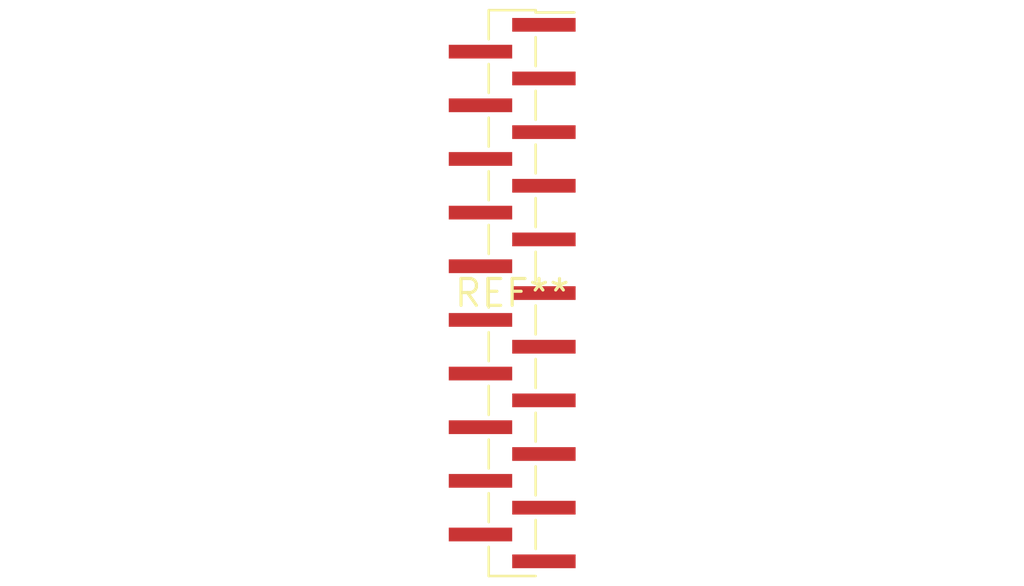
<source format=kicad_pcb>
(kicad_pcb (version 20240108) (generator pcbnew)
  (layers (0 "F.Cu" signal) (31 "B.Cu" signal) (34 "B.Paste" user) (35 "F.Paste" user) (36 "B.SilkS" user "B.Silkscreen") (37 "F.SilkS" user "F.Silkscreen") (38 "B.Mask" user) (39 "F.Mask" user) (44 "Edge.Cuts" user))
  (net 0 "")
  (footprint "PinHeader_1x21_P1.27mm_Vertical_SMD_Pin1Right" (layer "F.Cu") (at 0 0)
    (property "Reference" "REF**")
    (property "Value" "PinHeader_1x21_P1.27mm_Vertical_SMD_Pin1Right")
    (fp_line (start -1.11 -13.395) (end 1.11 -13.395) (layer "F.SilkS") (stroke (width 0.12)))
    (fp_line (start -1.11 -13.385) (end -1.11 -12.015) (layer "F.SilkS") (stroke (width 0.12)))
    (fp_line (start -1.11 -10.845) (end -1.11 -9.475) (layer "F.SilkS") (stroke (width 0.12)))
    (fp_line (start -1.11 -8.305) (end -1.11 -6.935) (layer "F.SilkS") (stroke (width 0.12)))
    (fp_line (start -1.11 -5.765) (end -1.11 -4.395) (layer "F.SilkS") (stroke (width 0.12)))
    (fp_line (start -1.11 -3.225) (end -1.11 -1.855) (layer "F.SilkS") (stroke (width 0.12)))
    (fp_line (start -1.11 -0.685) (end -1.11 0.685) (layer "F.SilkS") (stroke (width 0.12)))
    (fp_line (start -1.11 1.855) (end -1.11 3.225) (layer "F.SilkS") (stroke (width 0.12)))
    (fp_line (start -1.11 4.395) (end -1.11 5.765) (layer "F.SilkS") (stroke (width 0.12)))
    (fp_line (start -1.11 6.935) (end -1.11 8.305) (layer "F.SilkS") (stroke (width 0.12)))
    (fp_line (start -1.11 9.475) (end -1.11 10.845) (layer "F.SilkS") (stroke (width 0.12)))
    (fp_line (start -1.11 12.015) (end -1.11 13.385) (layer "F.SilkS") (stroke (width 0.12)))
    (fp_line (start -1.11 13.285) (end -1.11 13.395) (layer "F.SilkS") (stroke (width 0.12)))
    (fp_line (start -1.11 13.395) (end 1.11 13.395) (layer "F.SilkS") (stroke (width 0.12)))
    (fp_line (start 1.11 -13.395) (end 1.11 -13.285) (layer "F.SilkS") (stroke (width 0.12)))
    (fp_line (start 1.11 -13.285) (end 2.94 -13.285) (layer "F.SilkS") (stroke (width 0.12)))
    (fp_line (start 1.11 -12.115) (end 1.11 -10.745) (layer "F.SilkS") (stroke (width 0.12)))
    (fp_line (start 1.11 -9.575) (end 1.11 -8.205) (layer "F.SilkS") (stroke (width 0.12)))
    (fp_line (start 1.11 -7.035) (end 1.11 -5.665) (layer "F.SilkS") (stroke (width 0.12)))
    (fp_line (start 1.11 -4.495) (end 1.11 -3.125) (layer "F.SilkS") (stroke (width 0.12)))
    (fp_line (start 1.11 -1.955) (end 1.11 -0.585) (layer "F.SilkS") (stroke (width 0.12)))
    (fp_line (start 1.11 0.585) (end 1.11 1.955) (layer "F.SilkS") (stroke (width 0.12)))
    (fp_line (start 1.11 3.125) (end 1.11 4.495) (layer "F.SilkS") (stroke (width 0.12)))
    (fp_line (start 1.11 5.665) (end 1.11 7.035) (layer "F.SilkS") (stroke (width 0.12)))
    (fp_line (start 1.11 8.205) (end 1.11 9.575) (layer "F.SilkS") (stroke (width 0.12)))
    (fp_line (start 1.11 10.745) (end 1.11 12.115) (layer "F.SilkS") (stroke (width 0.12)))
    (pad "1" smd rect (at 1.5 -12.7) (size 3 0.65) (layers "F.Cu" "F.Paste" "F.Mask"))
    (pad "2" smd rect (at -1.5 -11.43) (size 3 0.65) (layers "F.Cu" "F.Paste" "F.Mask"))
    (pad "3" smd rect (at 1.5 -10.16) (size 3 0.65) (layers "F.Cu" "F.Paste" "F.Mask"))
    (pad "4" smd rect (at -1.5 -8.89) (size 3 0.65) (layers "F.Cu" "F.Paste" "F.Mask"))
    (pad "5" smd rect (at 1.5 -7.62) (size 3 0.65) (layers "F.Cu" "F.Paste" "F.Mask"))
    (pad "6" smd rect (at -1.5 -6.35) (size 3 0.65) (layers "F.Cu" "F.Paste" "F.Mask"))
    (pad "7" smd rect (at 1.5 -5.08) (size 3 0.65) (layers "F.Cu" "F.Paste" "F.Mask"))
    (pad "8" smd rect (at -1.5 -3.81) (size 3 0.65) (layers "F.Cu" "F.Paste" "F.Mask"))
    (pad "9" smd rect (at 1.5 -2.54) (size 3 0.65) (layers "F.Cu" "F.Paste" "F.Mask"))
    (pad "10" smd rect (at -1.5 -1.27) (size 3 0.65) (layers "F.Cu" "F.Paste" "F.Mask"))
    (pad "11" smd rect (at 1.5 0) (size 3 0.65) (layers "F.Cu" "F.Paste" "F.Mask"))
    (pad "12" smd rect (at -1.5 1.27) (size 3 0.65) (layers "F.Cu" "F.Paste" "F.Mask"))
    (pad "13" smd rect (at 1.5 2.54) (size 3 0.65) (layers "F.Cu" "F.Paste" "F.Mask"))
    (pad "14" smd rect (at -1.5 3.81) (size 3 0.65) (layers "F.Cu" "F.Paste" "F.Mask"))
    (pad "15" smd rect (at 1.5 5.08) (size 3 0.65) (layers "F.Cu" "F.Paste" "F.Mask"))
    (pad "16" smd rect (at -1.5 6.35) (size 3 0.65) (layers "F.Cu" "F.Paste" "F.Mask"))
    (pad "17" smd rect (at 1.5 7.62) (size 3 0.65) (layers "F.Cu" "F.Paste" "F.Mask"))
    (pad "18" smd rect (at -1.5 8.89) (size 3 0.65) (layers "F.Cu" "F.Paste" "F.Mask"))
    (pad "19" smd rect (at 1.5 10.16) (size 3 0.65) (layers "F.Cu" "F.Paste" "F.Mask"))
    (pad "20" smd rect (at -1.5 11.43) (size 3 0.65) (layers "F.Cu" "F.Paste" "F.Mask"))
    (pad "21" smd rect (at 1.5 12.7) (size 3 0.65) (layers "F.Cu" "F.Paste" "F.Mask"))
  )
)
</source>
